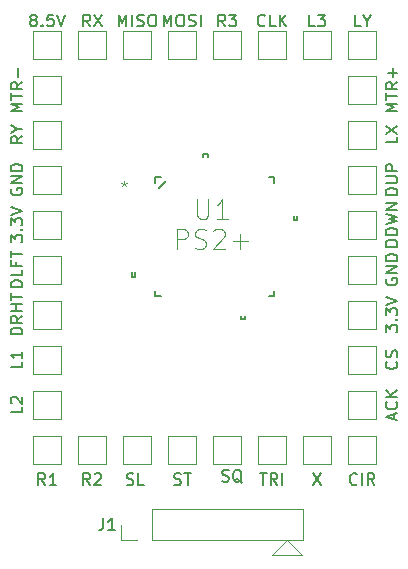
<source format=gbr>
G04 #@! TF.GenerationSoftware,KiCad,Pcbnew,(5.1.2)-2*
G04 #@! TF.CreationDate,2019-07-31T13:06:10-06:00*
G04 #@! TF.ProjectId,ps2plus,70733270-6c75-4732-9e6b-696361645f70,rev?*
G04 #@! TF.SameCoordinates,Original*
G04 #@! TF.FileFunction,Legend,Top*
G04 #@! TF.FilePolarity,Positive*
%FSLAX46Y46*%
G04 Gerber Fmt 4.6, Leading zero omitted, Abs format (unit mm)*
G04 Created by KiCad (PCBNEW (5.1.2)-2) date 2019-07-31 13:06:10*
%MOMM*%
%LPD*%
G04 APERTURE LIST*
%ADD10C,0.120000*%
%ADD11C,0.152400*%
%ADD12C,0.150000*%
%ADD13C,0.050000*%
G04 APERTURE END LIST*
D10*
X152400000Y-109220000D02*
X149860000Y-109220000D01*
X151130000Y-107950000D02*
X152400000Y-109220000D01*
X149860000Y-109220000D02*
X151130000Y-107950000D01*
X137100000Y-108010000D02*
X137100000Y-106680000D01*
X138430000Y-108010000D02*
X137100000Y-108010000D01*
X139700000Y-108010000D02*
X139700000Y-105350000D01*
X139700000Y-105350000D02*
X152460000Y-105350000D01*
X139700000Y-108010000D02*
X152460000Y-108010000D01*
X152460000Y-108010000D02*
X152460000Y-105350000D01*
X156280000Y-101530000D02*
X156280000Y-99130000D01*
X158680000Y-101530000D02*
X156280000Y-101530000D01*
X158680000Y-99130000D02*
X158680000Y-101530000D01*
X156280000Y-99130000D02*
X158680000Y-99130000D01*
D11*
X144396600Y-75301200D02*
X144396600Y-75555200D01*
X144015600Y-75301200D02*
X144396600Y-75301200D01*
X144015600Y-75555200D02*
X144015600Y-75301200D01*
X151737200Y-80889200D02*
X151737200Y-80508200D01*
X151991200Y-80889200D02*
X151737200Y-80889200D01*
X151991200Y-80508200D02*
X151991200Y-80889200D01*
X147597000Y-89271200D02*
X147597000Y-89017200D01*
X147216000Y-89271200D02*
X147597000Y-89271200D01*
X147216000Y-89017200D02*
X147216000Y-89271200D01*
X138275200Y-85664400D02*
X138275200Y-85283400D01*
X138021200Y-85664400D02*
X138275200Y-85664400D01*
X138021200Y-85283400D02*
X138021200Y-85664400D01*
X139951600Y-86858200D02*
X139951600Y-87340800D01*
X139951600Y-77231600D02*
X139951600Y-77714200D01*
X150060800Y-77231600D02*
X149578200Y-77231600D01*
X150060800Y-87340800D02*
X150060800Y-86858200D01*
X139951600Y-87340800D02*
X140434200Y-87340800D01*
X140307200Y-78146000D02*
X140866000Y-77587200D01*
X149578200Y-87340800D02*
X150060800Y-87340800D01*
X150060800Y-77714200D02*
X150060800Y-77231600D01*
X140434200Y-77231600D02*
X139951600Y-77231600D01*
D10*
X156280000Y-97720000D02*
X156280000Y-95320000D01*
X158680000Y-97720000D02*
X156280000Y-97720000D01*
X158680000Y-95320000D02*
X158680000Y-97720000D01*
X156280000Y-95320000D02*
X158680000Y-95320000D01*
X156280000Y-93910000D02*
X156280000Y-91510000D01*
X158680000Y-93910000D02*
X156280000Y-93910000D01*
X158680000Y-91510000D02*
X158680000Y-93910000D01*
X156280000Y-91510000D02*
X158680000Y-91510000D01*
X156280000Y-90100000D02*
X156280000Y-87700000D01*
X158680000Y-90100000D02*
X156280000Y-90100000D01*
X158680000Y-87700000D02*
X158680000Y-90100000D01*
X156280000Y-87700000D02*
X158680000Y-87700000D01*
X129610000Y-78670000D02*
X129610000Y-76270000D01*
X132010000Y-78670000D02*
X129610000Y-78670000D01*
X132010000Y-76270000D02*
X132010000Y-78670000D01*
X129610000Y-76270000D02*
X132010000Y-76270000D01*
X156280000Y-82480000D02*
X156280000Y-80080000D01*
X158680000Y-82480000D02*
X156280000Y-82480000D01*
X158680000Y-80080000D02*
X158680000Y-82480000D01*
X156280000Y-80080000D02*
X158680000Y-80080000D01*
X156280000Y-78670000D02*
X156280000Y-76270000D01*
X158680000Y-78670000D02*
X156280000Y-78670000D01*
X158680000Y-76270000D02*
X158680000Y-78670000D01*
X156280000Y-76270000D02*
X158680000Y-76270000D01*
X156280000Y-74860000D02*
X156280000Y-72460000D01*
X158680000Y-74860000D02*
X156280000Y-74860000D01*
X158680000Y-72460000D02*
X158680000Y-74860000D01*
X156280000Y-72460000D02*
X158680000Y-72460000D01*
X152470000Y-101530000D02*
X152470000Y-99130000D01*
X154870000Y-101530000D02*
X152470000Y-101530000D01*
X154870000Y-99130000D02*
X154870000Y-101530000D01*
X152470000Y-99130000D02*
X154870000Y-99130000D01*
X156280000Y-67240000D02*
X156280000Y-64840000D01*
X158680000Y-67240000D02*
X156280000Y-67240000D01*
X158680000Y-64840000D02*
X158680000Y-67240000D01*
X156280000Y-64840000D02*
X158680000Y-64840000D01*
X148660000Y-101530000D02*
X148660000Y-99130000D01*
X151060000Y-101530000D02*
X148660000Y-101530000D01*
X151060000Y-99130000D02*
X151060000Y-101530000D01*
X148660000Y-99130000D02*
X151060000Y-99130000D01*
X152470000Y-67240000D02*
X152470000Y-64840000D01*
X154870000Y-67240000D02*
X152470000Y-67240000D01*
X154870000Y-64840000D02*
X154870000Y-67240000D01*
X152470000Y-64840000D02*
X154870000Y-64840000D01*
X144850000Y-101530000D02*
X144850000Y-99130000D01*
X147250000Y-101530000D02*
X144850000Y-101530000D01*
X147250000Y-99130000D02*
X147250000Y-101530000D01*
X144850000Y-99130000D02*
X147250000Y-99130000D01*
X148660000Y-67240000D02*
X148660000Y-64840000D01*
X151060000Y-67240000D02*
X148660000Y-67240000D01*
X151060000Y-64840000D02*
X151060000Y-67240000D01*
X148660000Y-64840000D02*
X151060000Y-64840000D01*
X144850000Y-67240000D02*
X144850000Y-64840000D01*
X147250000Y-67240000D02*
X144850000Y-67240000D01*
X147250000Y-64840000D02*
X147250000Y-67240000D01*
X144850000Y-64840000D02*
X147250000Y-64840000D01*
X141040000Y-101530000D02*
X141040000Y-99130000D01*
X143440000Y-101530000D02*
X141040000Y-101530000D01*
X143440000Y-99130000D02*
X143440000Y-101530000D01*
X141040000Y-99130000D02*
X143440000Y-99130000D01*
X137230000Y-101530000D02*
X137230000Y-99130000D01*
X139630000Y-101530000D02*
X137230000Y-101530000D01*
X139630000Y-99130000D02*
X139630000Y-101530000D01*
X137230000Y-99130000D02*
X139630000Y-99130000D01*
X133420000Y-101530000D02*
X133420000Y-99130000D01*
X135820000Y-101530000D02*
X133420000Y-101530000D01*
X135820000Y-99130000D02*
X135820000Y-101530000D01*
X133420000Y-99130000D02*
X135820000Y-99130000D01*
X129610000Y-101530000D02*
X129610000Y-99130000D01*
X132010000Y-101530000D02*
X129610000Y-101530000D01*
X132010000Y-99130000D02*
X132010000Y-101530000D01*
X129610000Y-99130000D02*
X132010000Y-99130000D01*
X141040000Y-67240000D02*
X141040000Y-64840000D01*
X143440000Y-67240000D02*
X141040000Y-67240000D01*
X143440000Y-64840000D02*
X143440000Y-67240000D01*
X141040000Y-64840000D02*
X143440000Y-64840000D01*
X137230000Y-67240000D02*
X137230000Y-64840000D01*
X139630000Y-67240000D02*
X137230000Y-67240000D01*
X139630000Y-64840000D02*
X139630000Y-67240000D01*
X137230000Y-64840000D02*
X139630000Y-64840000D01*
X133420000Y-67240000D02*
X133420000Y-64840000D01*
X135820000Y-67240000D02*
X133420000Y-67240000D01*
X135820000Y-64840000D02*
X135820000Y-67240000D01*
X133420000Y-64840000D02*
X135820000Y-64840000D01*
X129610000Y-97720000D02*
X129610000Y-95320000D01*
X132010000Y-97720000D02*
X129610000Y-97720000D01*
X132010000Y-95320000D02*
X132010000Y-97720000D01*
X129610000Y-95320000D02*
X132010000Y-95320000D01*
X129610000Y-93910000D02*
X129610000Y-91510000D01*
X132010000Y-93910000D02*
X129610000Y-93910000D01*
X132010000Y-91510000D02*
X132010000Y-93910000D01*
X129610000Y-91510000D02*
X132010000Y-91510000D01*
X129610000Y-90100000D02*
X129610000Y-87700000D01*
X132010000Y-90100000D02*
X129610000Y-90100000D01*
X132010000Y-87700000D02*
X132010000Y-90100000D01*
X129610000Y-87700000D02*
X132010000Y-87700000D01*
X129610000Y-86290000D02*
X129610000Y-83890000D01*
X132010000Y-86290000D02*
X129610000Y-86290000D01*
X132010000Y-83890000D02*
X132010000Y-86290000D01*
X129610000Y-83890000D02*
X132010000Y-83890000D01*
X132010000Y-80080000D02*
X132010000Y-82480000D01*
X129610000Y-80080000D02*
X132010000Y-80080000D01*
X129610000Y-82480000D02*
X129610000Y-80080000D01*
X132010000Y-82480000D02*
X129610000Y-82480000D01*
X156280000Y-86290000D02*
X156280000Y-83890000D01*
X158680000Y-86290000D02*
X156280000Y-86290000D01*
X158680000Y-83890000D02*
X158680000Y-86290000D01*
X156280000Y-83890000D02*
X158680000Y-83890000D01*
X129610000Y-74860000D02*
X129610000Y-72460000D01*
X132010000Y-74860000D02*
X129610000Y-74860000D01*
X132010000Y-72460000D02*
X132010000Y-74860000D01*
X129610000Y-72460000D02*
X132010000Y-72460000D01*
X129610000Y-67240000D02*
X129610000Y-64840000D01*
X132010000Y-67240000D02*
X129610000Y-67240000D01*
X132010000Y-64840000D02*
X132010000Y-67240000D01*
X129610000Y-64840000D02*
X132010000Y-64840000D01*
X156280000Y-71050000D02*
X156280000Y-68650000D01*
X158680000Y-71050000D02*
X156280000Y-71050000D01*
X158680000Y-68650000D02*
X158680000Y-71050000D01*
X156280000Y-68650000D02*
X158680000Y-68650000D01*
X129610000Y-71050000D02*
X129610000Y-68650000D01*
X132010000Y-71050000D02*
X129610000Y-71050000D01*
X132010000Y-68650000D02*
X132010000Y-71050000D01*
X129610000Y-68650000D02*
X132010000Y-68650000D01*
D12*
X135556666Y-106132380D02*
X135556666Y-106846666D01*
X135509047Y-106989523D01*
X135413809Y-107084761D01*
X135270952Y-107132380D01*
X135175714Y-107132380D01*
X136556666Y-107132380D02*
X135985238Y-107132380D01*
X136270952Y-107132380D02*
X136270952Y-106132380D01*
X136175714Y-106275238D01*
X136080476Y-106370476D01*
X135985238Y-106418095D01*
X157051428Y-103227142D02*
X157003809Y-103274761D01*
X156860952Y-103322380D01*
X156765714Y-103322380D01*
X156622857Y-103274761D01*
X156527619Y-103179523D01*
X156480000Y-103084285D01*
X156432380Y-102893809D01*
X156432380Y-102750952D01*
X156480000Y-102560476D01*
X156527619Y-102465238D01*
X156622857Y-102370000D01*
X156765714Y-102322380D01*
X156860952Y-102322380D01*
X157003809Y-102370000D01*
X157051428Y-102417619D01*
X157480000Y-103322380D02*
X157480000Y-102322380D01*
X158527619Y-103322380D02*
X158194285Y-102846190D01*
X157956190Y-103322380D02*
X157956190Y-102322380D01*
X158337142Y-102322380D01*
X158432380Y-102370000D01*
X158480000Y-102417619D01*
X158527619Y-102512857D01*
X158527619Y-102655714D01*
X158480000Y-102750952D01*
X158432380Y-102798571D01*
X158337142Y-102846190D01*
X157956190Y-102846190D01*
D13*
X143530476Y-79111904D02*
X143530476Y-80439523D01*
X143608571Y-80595714D01*
X143686666Y-80673809D01*
X143842857Y-80751904D01*
X144155238Y-80751904D01*
X144311428Y-80673809D01*
X144389523Y-80595714D01*
X144467619Y-80439523D01*
X144467619Y-79111904D01*
X146107619Y-80751904D02*
X145170476Y-80751904D01*
X145639047Y-80751904D02*
X145639047Y-79111904D01*
X145482857Y-79346190D01*
X145326666Y-79502380D01*
X145170476Y-79580476D01*
X141773333Y-83291904D02*
X141773333Y-81651904D01*
X142398095Y-81651904D01*
X142554285Y-81730000D01*
X142632380Y-81808095D01*
X142710476Y-81964285D01*
X142710476Y-82198571D01*
X142632380Y-82354761D01*
X142554285Y-82432857D01*
X142398095Y-82510952D01*
X141773333Y-82510952D01*
X143335238Y-83213809D02*
X143569523Y-83291904D01*
X143960000Y-83291904D01*
X144116190Y-83213809D01*
X144194285Y-83135714D01*
X144272380Y-82979523D01*
X144272380Y-82823333D01*
X144194285Y-82667142D01*
X144116190Y-82589047D01*
X143960000Y-82510952D01*
X143647619Y-82432857D01*
X143491428Y-82354761D01*
X143413333Y-82276666D01*
X143335238Y-82120476D01*
X143335238Y-81964285D01*
X143413333Y-81808095D01*
X143491428Y-81730000D01*
X143647619Y-81651904D01*
X144038095Y-81651904D01*
X144272380Y-81730000D01*
X144897142Y-81808095D02*
X144975238Y-81730000D01*
X145131428Y-81651904D01*
X145521904Y-81651904D01*
X145678095Y-81730000D01*
X145756190Y-81808095D01*
X145834285Y-81964285D01*
X145834285Y-82120476D01*
X145756190Y-82354761D01*
X144819047Y-83291904D01*
X145834285Y-83291904D01*
X146537142Y-82667142D02*
X147786666Y-82667142D01*
X147161904Y-83291904D02*
X147161904Y-82042380D01*
X137310000Y-77598380D02*
X137310000Y-77836476D01*
X137071904Y-77741238D02*
X137310000Y-77836476D01*
X137548095Y-77741238D01*
X137167142Y-78026952D02*
X137310000Y-77836476D01*
X137452857Y-78026952D01*
D12*
X160186666Y-97758095D02*
X160186666Y-97281904D01*
X160472380Y-97853333D02*
X159472380Y-97520000D01*
X160472380Y-97186666D01*
X160377142Y-96281904D02*
X160424761Y-96329523D01*
X160472380Y-96472380D01*
X160472380Y-96567619D01*
X160424761Y-96710476D01*
X160329523Y-96805714D01*
X160234285Y-96853333D01*
X160043809Y-96900952D01*
X159900952Y-96900952D01*
X159710476Y-96853333D01*
X159615238Y-96805714D01*
X159520000Y-96710476D01*
X159472380Y-96567619D01*
X159472380Y-96472380D01*
X159520000Y-96329523D01*
X159567619Y-96281904D01*
X160472380Y-95853333D02*
X159472380Y-95853333D01*
X160472380Y-95281904D02*
X159900952Y-95710476D01*
X159472380Y-95281904D02*
X160043809Y-95853333D01*
X160377142Y-92876666D02*
X160424761Y-92924285D01*
X160472380Y-93067142D01*
X160472380Y-93162380D01*
X160424761Y-93305238D01*
X160329523Y-93400476D01*
X160234285Y-93448095D01*
X160043809Y-93495714D01*
X159900952Y-93495714D01*
X159710476Y-93448095D01*
X159615238Y-93400476D01*
X159520000Y-93305238D01*
X159472380Y-93162380D01*
X159472380Y-93067142D01*
X159520000Y-92924285D01*
X159567619Y-92876666D01*
X160424761Y-92495714D02*
X160472380Y-92352857D01*
X160472380Y-92114761D01*
X160424761Y-92019523D01*
X160377142Y-91971904D01*
X160281904Y-91924285D01*
X160186666Y-91924285D01*
X160091428Y-91971904D01*
X160043809Y-92019523D01*
X159996190Y-92114761D01*
X159948571Y-92305238D01*
X159900952Y-92400476D01*
X159853333Y-92448095D01*
X159758095Y-92495714D01*
X159662857Y-92495714D01*
X159567619Y-92448095D01*
X159520000Y-92400476D01*
X159472380Y-92305238D01*
X159472380Y-92067142D01*
X159520000Y-91924285D01*
X159472380Y-90376190D02*
X159472380Y-89757142D01*
X159853333Y-90090476D01*
X159853333Y-89947619D01*
X159900952Y-89852380D01*
X159948571Y-89804761D01*
X160043809Y-89757142D01*
X160281904Y-89757142D01*
X160377142Y-89804761D01*
X160424761Y-89852380D01*
X160472380Y-89947619D01*
X160472380Y-90233333D01*
X160424761Y-90328571D01*
X160377142Y-90376190D01*
X160377142Y-89328571D02*
X160424761Y-89280952D01*
X160472380Y-89328571D01*
X160424761Y-89376190D01*
X160377142Y-89328571D01*
X160472380Y-89328571D01*
X159472380Y-88947619D02*
X159472380Y-88328571D01*
X159853333Y-88661904D01*
X159853333Y-88519047D01*
X159900952Y-88423809D01*
X159948571Y-88376190D01*
X160043809Y-88328571D01*
X160281904Y-88328571D01*
X160377142Y-88376190D01*
X160424761Y-88423809D01*
X160472380Y-88519047D01*
X160472380Y-88804761D01*
X160424761Y-88900000D01*
X160377142Y-88947619D01*
X159472380Y-88042857D02*
X160472380Y-87709523D01*
X159472380Y-87376190D01*
X127770000Y-78231904D02*
X127722380Y-78327142D01*
X127722380Y-78470000D01*
X127770000Y-78612857D01*
X127865238Y-78708095D01*
X127960476Y-78755714D01*
X128150952Y-78803333D01*
X128293809Y-78803333D01*
X128484285Y-78755714D01*
X128579523Y-78708095D01*
X128674761Y-78612857D01*
X128722380Y-78470000D01*
X128722380Y-78374761D01*
X128674761Y-78231904D01*
X128627142Y-78184285D01*
X128293809Y-78184285D01*
X128293809Y-78374761D01*
X128722380Y-77755714D02*
X127722380Y-77755714D01*
X128722380Y-77184285D01*
X127722380Y-77184285D01*
X128722380Y-76708095D02*
X127722380Y-76708095D01*
X127722380Y-76470000D01*
X127770000Y-76327142D01*
X127865238Y-76231904D01*
X127960476Y-76184285D01*
X128150952Y-76136666D01*
X128293809Y-76136666D01*
X128484285Y-76184285D01*
X128579523Y-76231904D01*
X128674761Y-76327142D01*
X128722380Y-76470000D01*
X128722380Y-76708095D01*
X160472380Y-83137142D02*
X159472380Y-83137142D01*
X159472380Y-82899047D01*
X159520000Y-82756190D01*
X159615238Y-82660952D01*
X159710476Y-82613333D01*
X159900952Y-82565714D01*
X160043809Y-82565714D01*
X160234285Y-82613333D01*
X160329523Y-82660952D01*
X160424761Y-82756190D01*
X160472380Y-82899047D01*
X160472380Y-83137142D01*
X160472380Y-82137142D02*
X159472380Y-82137142D01*
X159472380Y-81899047D01*
X159520000Y-81756190D01*
X159615238Y-81660952D01*
X159710476Y-81613333D01*
X159900952Y-81565714D01*
X160043809Y-81565714D01*
X160234285Y-81613333D01*
X160329523Y-81660952D01*
X160424761Y-81756190D01*
X160472380Y-81899047D01*
X160472380Y-82137142D01*
X159472380Y-81232380D02*
X160472380Y-80994285D01*
X159758095Y-80803809D01*
X160472380Y-80613333D01*
X159472380Y-80375238D01*
X160472380Y-79994285D02*
X159472380Y-79994285D01*
X160472380Y-79422857D01*
X159472380Y-79422857D01*
X160472380Y-78755714D02*
X159472380Y-78755714D01*
X159472380Y-78517619D01*
X159520000Y-78374761D01*
X159615238Y-78279523D01*
X159710476Y-78231904D01*
X159900952Y-78184285D01*
X160043809Y-78184285D01*
X160234285Y-78231904D01*
X160329523Y-78279523D01*
X160424761Y-78374761D01*
X160472380Y-78517619D01*
X160472380Y-78755714D01*
X159472380Y-77755714D02*
X160281904Y-77755714D01*
X160377142Y-77708095D01*
X160424761Y-77660476D01*
X160472380Y-77565238D01*
X160472380Y-77374761D01*
X160424761Y-77279523D01*
X160377142Y-77231904D01*
X160281904Y-77184285D01*
X159472380Y-77184285D01*
X160472380Y-76708095D02*
X159472380Y-76708095D01*
X159472380Y-76327142D01*
X159520000Y-76231904D01*
X159567619Y-76184285D01*
X159662857Y-76136666D01*
X159805714Y-76136666D01*
X159900952Y-76184285D01*
X159948571Y-76231904D01*
X159996190Y-76327142D01*
X159996190Y-76708095D01*
X160472380Y-73826666D02*
X160472380Y-74302857D01*
X159472380Y-74302857D01*
X159472380Y-73588571D02*
X160472380Y-72921904D01*
X159472380Y-72921904D02*
X160472380Y-73588571D01*
X153336666Y-102322380D02*
X154003333Y-103322380D01*
X154003333Y-102322380D02*
X153336666Y-103322380D01*
X157360952Y-64494380D02*
X156884761Y-64494380D01*
X156884761Y-63494380D01*
X157884761Y-64018190D02*
X157884761Y-64494380D01*
X157551428Y-63494380D02*
X157884761Y-64018190D01*
X158218095Y-63494380D01*
X148836190Y-102322380D02*
X149407619Y-102322380D01*
X149121904Y-103322380D02*
X149121904Y-102322380D01*
X150312380Y-103322380D02*
X149979047Y-102846190D01*
X149740952Y-103322380D02*
X149740952Y-102322380D01*
X150121904Y-102322380D01*
X150217142Y-102370000D01*
X150264761Y-102417619D01*
X150312380Y-102512857D01*
X150312380Y-102655714D01*
X150264761Y-102750952D01*
X150217142Y-102798571D01*
X150121904Y-102846190D01*
X149740952Y-102846190D01*
X150740952Y-103322380D02*
X150740952Y-102322380D01*
X153503333Y-64494380D02*
X153027142Y-64494380D01*
X153027142Y-63494380D01*
X153741428Y-63494380D02*
X154360476Y-63494380D01*
X154027142Y-63875333D01*
X154170000Y-63875333D01*
X154265238Y-63922952D01*
X154312857Y-63970571D01*
X154360476Y-64065809D01*
X154360476Y-64303904D01*
X154312857Y-64399142D01*
X154265238Y-64446761D01*
X154170000Y-64494380D01*
X153884285Y-64494380D01*
X153789047Y-64446761D01*
X153741428Y-64399142D01*
X145620476Y-102984761D02*
X145763333Y-103032380D01*
X146001428Y-103032380D01*
X146096666Y-102984761D01*
X146144285Y-102937142D01*
X146191904Y-102841904D01*
X146191904Y-102746666D01*
X146144285Y-102651428D01*
X146096666Y-102603809D01*
X146001428Y-102556190D01*
X145810952Y-102508571D01*
X145715714Y-102460952D01*
X145668095Y-102413333D01*
X145620476Y-102318095D01*
X145620476Y-102222857D01*
X145668095Y-102127619D01*
X145715714Y-102080000D01*
X145810952Y-102032380D01*
X146049047Y-102032380D01*
X146191904Y-102080000D01*
X147287142Y-103127619D02*
X147191904Y-103080000D01*
X147096666Y-102984761D01*
X146953809Y-102841904D01*
X146858571Y-102794285D01*
X146763333Y-102794285D01*
X146810952Y-103032380D02*
X146715714Y-102984761D01*
X146620476Y-102889523D01*
X146572857Y-102699047D01*
X146572857Y-102365714D01*
X146620476Y-102175238D01*
X146715714Y-102080000D01*
X146810952Y-102032380D01*
X147001428Y-102032380D01*
X147096666Y-102080000D01*
X147191904Y-102175238D01*
X147239523Y-102365714D01*
X147239523Y-102699047D01*
X147191904Y-102889523D01*
X147096666Y-102984761D01*
X147001428Y-103032380D01*
X146810952Y-103032380D01*
X149264761Y-64399142D02*
X149217142Y-64446761D01*
X149074285Y-64494380D01*
X148979047Y-64494380D01*
X148836190Y-64446761D01*
X148740952Y-64351523D01*
X148693333Y-64256285D01*
X148645714Y-64065809D01*
X148645714Y-63922952D01*
X148693333Y-63732476D01*
X148740952Y-63637238D01*
X148836190Y-63542000D01*
X148979047Y-63494380D01*
X149074285Y-63494380D01*
X149217142Y-63542000D01*
X149264761Y-63589619D01*
X150169523Y-64494380D02*
X149693333Y-64494380D01*
X149693333Y-63494380D01*
X150502857Y-64494380D02*
X150502857Y-63494380D01*
X151074285Y-64494380D02*
X150645714Y-63922952D01*
X151074285Y-63494380D02*
X150502857Y-64065809D01*
X145883333Y-64494380D02*
X145550000Y-64018190D01*
X145311904Y-64494380D02*
X145311904Y-63494380D01*
X145692857Y-63494380D01*
X145788095Y-63542000D01*
X145835714Y-63589619D01*
X145883333Y-63684857D01*
X145883333Y-63827714D01*
X145835714Y-63922952D01*
X145788095Y-63970571D01*
X145692857Y-64018190D01*
X145311904Y-64018190D01*
X146216666Y-63494380D02*
X146835714Y-63494380D01*
X146502380Y-63875333D01*
X146645238Y-63875333D01*
X146740476Y-63922952D01*
X146788095Y-63970571D01*
X146835714Y-64065809D01*
X146835714Y-64303904D01*
X146788095Y-64399142D01*
X146740476Y-64446761D01*
X146645238Y-64494380D01*
X146359523Y-64494380D01*
X146264285Y-64446761D01*
X146216666Y-64399142D01*
X141573333Y-103274761D02*
X141716190Y-103322380D01*
X141954285Y-103322380D01*
X142049523Y-103274761D01*
X142097142Y-103227142D01*
X142144761Y-103131904D01*
X142144761Y-103036666D01*
X142097142Y-102941428D01*
X142049523Y-102893809D01*
X141954285Y-102846190D01*
X141763809Y-102798571D01*
X141668571Y-102750952D01*
X141620952Y-102703333D01*
X141573333Y-102608095D01*
X141573333Y-102512857D01*
X141620952Y-102417619D01*
X141668571Y-102370000D01*
X141763809Y-102322380D01*
X142001904Y-102322380D01*
X142144761Y-102370000D01*
X142430476Y-102322380D02*
X143001904Y-102322380D01*
X142716190Y-103322380D02*
X142716190Y-102322380D01*
X137539523Y-103274761D02*
X137682380Y-103322380D01*
X137920476Y-103322380D01*
X138015714Y-103274761D01*
X138063333Y-103227142D01*
X138110952Y-103131904D01*
X138110952Y-103036666D01*
X138063333Y-102941428D01*
X138015714Y-102893809D01*
X137920476Y-102846190D01*
X137730000Y-102798571D01*
X137634761Y-102750952D01*
X137587142Y-102703333D01*
X137539523Y-102608095D01*
X137539523Y-102512857D01*
X137587142Y-102417619D01*
X137634761Y-102370000D01*
X137730000Y-102322380D01*
X137968095Y-102322380D01*
X138110952Y-102370000D01*
X139015714Y-103322380D02*
X138539523Y-103322380D01*
X138539523Y-102322380D01*
X134453333Y-103322380D02*
X134120000Y-102846190D01*
X133881904Y-103322380D02*
X133881904Y-102322380D01*
X134262857Y-102322380D01*
X134358095Y-102370000D01*
X134405714Y-102417619D01*
X134453333Y-102512857D01*
X134453333Y-102655714D01*
X134405714Y-102750952D01*
X134358095Y-102798571D01*
X134262857Y-102846190D01*
X133881904Y-102846190D01*
X134834285Y-102417619D02*
X134881904Y-102370000D01*
X134977142Y-102322380D01*
X135215238Y-102322380D01*
X135310476Y-102370000D01*
X135358095Y-102417619D01*
X135405714Y-102512857D01*
X135405714Y-102608095D01*
X135358095Y-102750952D01*
X134786666Y-103322380D01*
X135405714Y-103322380D01*
X130643333Y-103322380D02*
X130310000Y-102846190D01*
X130071904Y-103322380D02*
X130071904Y-102322380D01*
X130452857Y-102322380D01*
X130548095Y-102370000D01*
X130595714Y-102417619D01*
X130643333Y-102512857D01*
X130643333Y-102655714D01*
X130595714Y-102750952D01*
X130548095Y-102798571D01*
X130452857Y-102846190D01*
X130071904Y-102846190D01*
X131595714Y-103322380D02*
X131024285Y-103322380D01*
X131310000Y-103322380D02*
X131310000Y-102322380D01*
X131214761Y-102465238D01*
X131119523Y-102560476D01*
X131024285Y-102608095D01*
X140668571Y-64494380D02*
X140668571Y-63494380D01*
X141001904Y-64208666D01*
X141335238Y-63494380D01*
X141335238Y-64494380D01*
X142001904Y-63494380D02*
X142192380Y-63494380D01*
X142287619Y-63542000D01*
X142382857Y-63637238D01*
X142430476Y-63827714D01*
X142430476Y-64161047D01*
X142382857Y-64351523D01*
X142287619Y-64446761D01*
X142192380Y-64494380D01*
X142001904Y-64494380D01*
X141906666Y-64446761D01*
X141811428Y-64351523D01*
X141763809Y-64161047D01*
X141763809Y-63827714D01*
X141811428Y-63637238D01*
X141906666Y-63542000D01*
X142001904Y-63494380D01*
X142811428Y-64446761D02*
X142954285Y-64494380D01*
X143192380Y-64494380D01*
X143287619Y-64446761D01*
X143335238Y-64399142D01*
X143382857Y-64303904D01*
X143382857Y-64208666D01*
X143335238Y-64113428D01*
X143287619Y-64065809D01*
X143192380Y-64018190D01*
X143001904Y-63970571D01*
X142906666Y-63922952D01*
X142859047Y-63875333D01*
X142811428Y-63780095D01*
X142811428Y-63684857D01*
X142859047Y-63589619D01*
X142906666Y-63542000D01*
X143001904Y-63494380D01*
X143240000Y-63494380D01*
X143382857Y-63542000D01*
X143811428Y-64494380D02*
X143811428Y-63494380D01*
X136858571Y-64494380D02*
X136858571Y-63494380D01*
X137191904Y-64208666D01*
X137525238Y-63494380D01*
X137525238Y-64494380D01*
X138001428Y-64494380D02*
X138001428Y-63494380D01*
X138430000Y-64446761D02*
X138572857Y-64494380D01*
X138810952Y-64494380D01*
X138906190Y-64446761D01*
X138953809Y-64399142D01*
X139001428Y-64303904D01*
X139001428Y-64208666D01*
X138953809Y-64113428D01*
X138906190Y-64065809D01*
X138810952Y-64018190D01*
X138620476Y-63970571D01*
X138525238Y-63922952D01*
X138477619Y-63875333D01*
X138430000Y-63780095D01*
X138430000Y-63684857D01*
X138477619Y-63589619D01*
X138525238Y-63542000D01*
X138620476Y-63494380D01*
X138858571Y-63494380D01*
X139001428Y-63542000D01*
X139620476Y-63494380D02*
X139810952Y-63494380D01*
X139906190Y-63542000D01*
X140001428Y-63637238D01*
X140049047Y-63827714D01*
X140049047Y-64161047D01*
X140001428Y-64351523D01*
X139906190Y-64446761D01*
X139810952Y-64494380D01*
X139620476Y-64494380D01*
X139525238Y-64446761D01*
X139430000Y-64351523D01*
X139382380Y-64161047D01*
X139382380Y-63827714D01*
X139430000Y-63637238D01*
X139525238Y-63542000D01*
X139620476Y-63494380D01*
X134453333Y-64494380D02*
X134120000Y-64018190D01*
X133881904Y-64494380D02*
X133881904Y-63494380D01*
X134262857Y-63494380D01*
X134358095Y-63542000D01*
X134405714Y-63589619D01*
X134453333Y-63684857D01*
X134453333Y-63827714D01*
X134405714Y-63922952D01*
X134358095Y-63970571D01*
X134262857Y-64018190D01*
X133881904Y-64018190D01*
X134786666Y-63494380D02*
X135453333Y-64494380D01*
X135453333Y-63494380D02*
X134786666Y-64494380D01*
X128722380Y-96686666D02*
X128722380Y-97162857D01*
X127722380Y-97162857D01*
X127817619Y-96400952D02*
X127770000Y-96353333D01*
X127722380Y-96258095D01*
X127722380Y-96020000D01*
X127770000Y-95924761D01*
X127817619Y-95877142D01*
X127912857Y-95829523D01*
X128008095Y-95829523D01*
X128150952Y-95877142D01*
X128722380Y-96448571D01*
X128722380Y-95829523D01*
X128722380Y-92876666D02*
X128722380Y-93352857D01*
X127722380Y-93352857D01*
X128722380Y-92019523D02*
X128722380Y-92590952D01*
X128722380Y-92305238D02*
X127722380Y-92305238D01*
X127865238Y-92400476D01*
X127960476Y-92495714D01*
X128008095Y-92590952D01*
X128722380Y-90566666D02*
X127722380Y-90566666D01*
X127722380Y-90328571D01*
X127770000Y-90185714D01*
X127865238Y-90090476D01*
X127960476Y-90042857D01*
X128150952Y-89995238D01*
X128293809Y-89995238D01*
X128484285Y-90042857D01*
X128579523Y-90090476D01*
X128674761Y-90185714D01*
X128722380Y-90328571D01*
X128722380Y-90566666D01*
X128722380Y-88995238D02*
X128246190Y-89328571D01*
X128722380Y-89566666D02*
X127722380Y-89566666D01*
X127722380Y-89185714D01*
X127770000Y-89090476D01*
X127817619Y-89042857D01*
X127912857Y-88995238D01*
X128055714Y-88995238D01*
X128150952Y-89042857D01*
X128198571Y-89090476D01*
X128246190Y-89185714D01*
X128246190Y-89566666D01*
X128722380Y-88566666D02*
X127722380Y-88566666D01*
X128198571Y-88566666D02*
X128198571Y-87995238D01*
X128722380Y-87995238D02*
X127722380Y-87995238D01*
X127722380Y-87661904D02*
X127722380Y-87090476D01*
X128722380Y-87376190D02*
X127722380Y-87376190D01*
X128722380Y-86566190D02*
X127722380Y-86566190D01*
X127722380Y-86328095D01*
X127770000Y-86185238D01*
X127865238Y-86090000D01*
X127960476Y-86042380D01*
X128150952Y-85994761D01*
X128293809Y-85994761D01*
X128484285Y-86042380D01*
X128579523Y-86090000D01*
X128674761Y-86185238D01*
X128722380Y-86328095D01*
X128722380Y-86566190D01*
X128722380Y-85090000D02*
X128722380Y-85566190D01*
X127722380Y-85566190D01*
X128198571Y-84423333D02*
X128198571Y-84756666D01*
X128722380Y-84756666D02*
X127722380Y-84756666D01*
X127722380Y-84280476D01*
X127722380Y-84042380D02*
X127722380Y-83470952D01*
X128722380Y-83756666D02*
X127722380Y-83756666D01*
X127722380Y-82756190D02*
X127722380Y-82137142D01*
X128103333Y-82470476D01*
X128103333Y-82327619D01*
X128150952Y-82232380D01*
X128198571Y-82184761D01*
X128293809Y-82137142D01*
X128531904Y-82137142D01*
X128627142Y-82184761D01*
X128674761Y-82232380D01*
X128722380Y-82327619D01*
X128722380Y-82613333D01*
X128674761Y-82708571D01*
X128627142Y-82756190D01*
X128627142Y-81708571D02*
X128674761Y-81660952D01*
X128722380Y-81708571D01*
X128674761Y-81756190D01*
X128627142Y-81708571D01*
X128722380Y-81708571D01*
X127722380Y-81327619D02*
X127722380Y-80708571D01*
X128103333Y-81041904D01*
X128103333Y-80899047D01*
X128150952Y-80803809D01*
X128198571Y-80756190D01*
X128293809Y-80708571D01*
X128531904Y-80708571D01*
X128627142Y-80756190D01*
X128674761Y-80803809D01*
X128722380Y-80899047D01*
X128722380Y-81184761D01*
X128674761Y-81280000D01*
X128627142Y-81327619D01*
X127722380Y-80422857D02*
X128722380Y-80089523D01*
X127722380Y-79756190D01*
X159520000Y-85851904D02*
X159472380Y-85947142D01*
X159472380Y-86090000D01*
X159520000Y-86232857D01*
X159615238Y-86328095D01*
X159710476Y-86375714D01*
X159900952Y-86423333D01*
X160043809Y-86423333D01*
X160234285Y-86375714D01*
X160329523Y-86328095D01*
X160424761Y-86232857D01*
X160472380Y-86090000D01*
X160472380Y-85994761D01*
X160424761Y-85851904D01*
X160377142Y-85804285D01*
X160043809Y-85804285D01*
X160043809Y-85994761D01*
X160472380Y-85375714D02*
X159472380Y-85375714D01*
X160472380Y-84804285D01*
X159472380Y-84804285D01*
X160472380Y-84328095D02*
X159472380Y-84328095D01*
X159472380Y-84090000D01*
X159520000Y-83947142D01*
X159615238Y-83851904D01*
X159710476Y-83804285D01*
X159900952Y-83756666D01*
X160043809Y-83756666D01*
X160234285Y-83804285D01*
X160329523Y-83851904D01*
X160424761Y-83947142D01*
X160472380Y-84090000D01*
X160472380Y-84328095D01*
X128722380Y-73779047D02*
X128246190Y-74112380D01*
X128722380Y-74350476D02*
X127722380Y-74350476D01*
X127722380Y-73969523D01*
X127770000Y-73874285D01*
X127817619Y-73826666D01*
X127912857Y-73779047D01*
X128055714Y-73779047D01*
X128150952Y-73826666D01*
X128198571Y-73874285D01*
X128246190Y-73969523D01*
X128246190Y-74350476D01*
X128246190Y-73160000D02*
X128722380Y-73160000D01*
X127722380Y-73493333D02*
X128246190Y-73160000D01*
X127722380Y-72826666D01*
X129571904Y-63922952D02*
X129476666Y-63875333D01*
X129429047Y-63827714D01*
X129381428Y-63732476D01*
X129381428Y-63684857D01*
X129429047Y-63589619D01*
X129476666Y-63542000D01*
X129571904Y-63494380D01*
X129762380Y-63494380D01*
X129857619Y-63542000D01*
X129905238Y-63589619D01*
X129952857Y-63684857D01*
X129952857Y-63732476D01*
X129905238Y-63827714D01*
X129857619Y-63875333D01*
X129762380Y-63922952D01*
X129571904Y-63922952D01*
X129476666Y-63970571D01*
X129429047Y-64018190D01*
X129381428Y-64113428D01*
X129381428Y-64303904D01*
X129429047Y-64399142D01*
X129476666Y-64446761D01*
X129571904Y-64494380D01*
X129762380Y-64494380D01*
X129857619Y-64446761D01*
X129905238Y-64399142D01*
X129952857Y-64303904D01*
X129952857Y-64113428D01*
X129905238Y-64018190D01*
X129857619Y-63970571D01*
X129762380Y-63922952D01*
X130381428Y-64399142D02*
X130429047Y-64446761D01*
X130381428Y-64494380D01*
X130333809Y-64446761D01*
X130381428Y-64399142D01*
X130381428Y-64494380D01*
X131333809Y-63494380D02*
X130857619Y-63494380D01*
X130810000Y-63970571D01*
X130857619Y-63922952D01*
X130952857Y-63875333D01*
X131190952Y-63875333D01*
X131286190Y-63922952D01*
X131333809Y-63970571D01*
X131381428Y-64065809D01*
X131381428Y-64303904D01*
X131333809Y-64399142D01*
X131286190Y-64446761D01*
X131190952Y-64494380D01*
X130952857Y-64494380D01*
X130857619Y-64446761D01*
X130810000Y-64399142D01*
X131667142Y-63494380D02*
X132000476Y-64494380D01*
X132333809Y-63494380D01*
X160472380Y-71683333D02*
X159472380Y-71683333D01*
X160186666Y-71350000D01*
X159472380Y-71016666D01*
X160472380Y-71016666D01*
X159472380Y-70683333D02*
X159472380Y-70111904D01*
X160472380Y-70397619D02*
X159472380Y-70397619D01*
X160472380Y-69207142D02*
X159996190Y-69540476D01*
X160472380Y-69778571D02*
X159472380Y-69778571D01*
X159472380Y-69397619D01*
X159520000Y-69302380D01*
X159567619Y-69254761D01*
X159662857Y-69207142D01*
X159805714Y-69207142D01*
X159900952Y-69254761D01*
X159948571Y-69302380D01*
X159996190Y-69397619D01*
X159996190Y-69778571D01*
X160091428Y-68778571D02*
X160091428Y-68016666D01*
X160472380Y-68397619D02*
X159710476Y-68397619D01*
X128722380Y-71683333D02*
X127722380Y-71683333D01*
X128436666Y-71350000D01*
X127722380Y-71016666D01*
X128722380Y-71016666D01*
X127722380Y-70683333D02*
X127722380Y-70111904D01*
X128722380Y-70397619D02*
X127722380Y-70397619D01*
X128722380Y-69207142D02*
X128246190Y-69540476D01*
X128722380Y-69778571D02*
X127722380Y-69778571D01*
X127722380Y-69397619D01*
X127770000Y-69302380D01*
X127817619Y-69254761D01*
X127912857Y-69207142D01*
X128055714Y-69207142D01*
X128150952Y-69254761D01*
X128198571Y-69302380D01*
X128246190Y-69397619D01*
X128246190Y-69778571D01*
X128341428Y-68778571D02*
X128341428Y-68016666D01*
M02*

</source>
